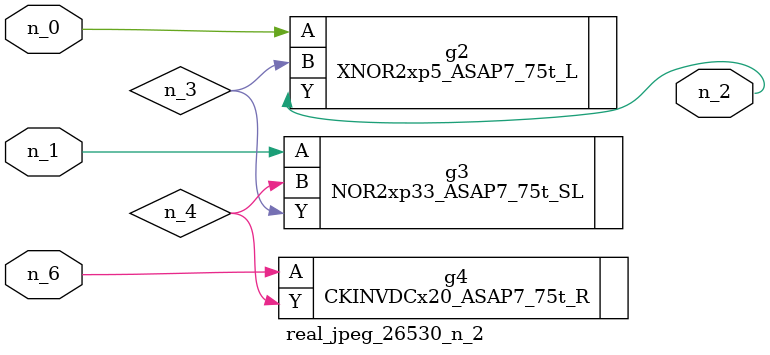
<source format=v>
module real_jpeg_26530_n_2 (n_6, n_1, n_0, n_2);

input n_6;
input n_1;
input n_0;

output n_2;

wire n_4;
wire n_3;

XNOR2xp5_ASAP7_75t_L g2 ( 
.A(n_0),
.B(n_3),
.Y(n_2)
);

NOR2xp33_ASAP7_75t_SL g3 ( 
.A(n_1),
.B(n_4),
.Y(n_3)
);

CKINVDCx20_ASAP7_75t_R g4 ( 
.A(n_6),
.Y(n_4)
);


endmodule
</source>
